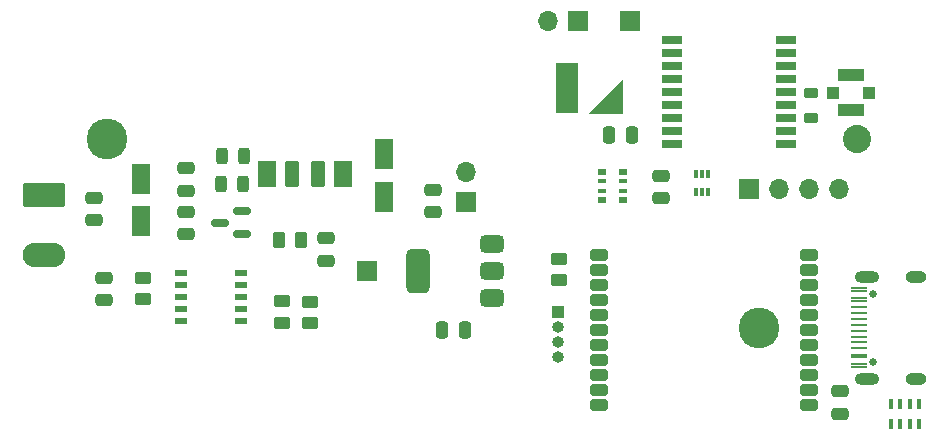
<source format=gbr>
%TF.GenerationSoftware,KiCad,Pcbnew,8.0.0*%
%TF.CreationDate,2024-06-13T14:54:28-05:00*%
%TF.ProjectId,SolarCheap,536f6c61-7243-4686-9561-702e6b696361,rev?*%
%TF.SameCoordinates,Original*%
%TF.FileFunction,Soldermask,Top*%
%TF.FilePolarity,Negative*%
%FSLAX46Y46*%
G04 Gerber Fmt 4.6, Leading zero omitted, Abs format (unit mm)*
G04 Created by KiCad (PCBNEW 8.0.0) date 2024-06-13 14:54:28*
%MOMM*%
%LPD*%
G01*
G04 APERTURE LIST*
G04 Aperture macros list*
%AMRoundRect*
0 Rectangle with rounded corners*
0 $1 Rounding radius*
0 $2 $3 $4 $5 $6 $7 $8 $9 X,Y pos of 4 corners*
0 Add a 4 corners polygon primitive as box body*
4,1,4,$2,$3,$4,$5,$6,$7,$8,$9,$2,$3,0*
0 Add four circle primitives for the rounded corners*
1,1,$1+$1,$2,$3*
1,1,$1+$1,$4,$5*
1,1,$1+$1,$6,$7*
1,1,$1+$1,$8,$9*
0 Add four rect primitives between the rounded corners*
20,1,$1+$1,$2,$3,$4,$5,0*
20,1,$1+$1,$4,$5,$6,$7,0*
20,1,$1+$1,$6,$7,$8,$9,0*
20,1,$1+$1,$8,$9,$2,$3,0*%
G04 Aperture macros list end*
%ADD10C,0.000100*%
%ADD11RoundRect,0.375000X0.625000X0.375000X-0.625000X0.375000X-0.625000X-0.375000X0.625000X-0.375000X0*%
%ADD12RoundRect,0.500000X0.500000X1.400000X-0.500000X1.400000X-0.500000X-1.400000X0.500000X-1.400000X0*%
%ADD13RoundRect,0.250000X0.475000X-0.250000X0.475000X0.250000X-0.475000X0.250000X-0.475000X-0.250000X0*%
%ADD14RoundRect,0.250000X0.450000X-0.262500X0.450000X0.262500X-0.450000X0.262500X-0.450000X-0.262500X0*%
%ADD15R,1.700000X1.700000*%
%ADD16O,1.700000X1.700000*%
%ADD17RoundRect,0.218750X0.381250X-0.218750X0.381250X0.218750X-0.381250X0.218750X-0.381250X-0.218750X0*%
%ADD18RoundRect,0.250000X0.550000X-1.050000X0.550000X1.050000X-0.550000X1.050000X-0.550000X-1.050000X0*%
%ADD19RoundRect,0.250000X-0.375000X-0.850000X0.375000X-0.850000X0.375000X0.850000X-0.375000X0.850000X0*%
%ADD20C,0.650000*%
%ADD21R,1.400000X0.250000*%
%ADD22O,2.100000X1.000000*%
%ADD23O,1.800000X1.000000*%
%ADD24R,1.000000X1.000000*%
%ADD25R,2.200000X1.050000*%
%ADD26RoundRect,0.250000X-0.250000X-0.475000X0.250000X-0.475000X0.250000X0.475000X-0.250000X0.475000X0*%
%ADD27RoundRect,0.250000X-0.475000X0.250000X-0.475000X-0.250000X0.475000X-0.250000X0.475000X0.250000X0*%
%ADD28RoundRect,0.250000X0.500000X-0.250000X0.500000X0.250000X-0.500000X0.250000X-0.500000X-0.250000X0*%
%ADD29RoundRect,0.249999X-1.550001X0.790001X-1.550001X-0.790001X1.550001X-0.790001X1.550001X0.790001X0*%
%ADD30O,3.600000X2.080000*%
%ADD31RoundRect,0.085000X0.085000X-0.265000X0.085000X0.265000X-0.085000X0.265000X-0.085000X-0.265000X0*%
%ADD32R,1.100000X0.510000*%
%ADD33RoundRect,0.243750X0.243750X0.456250X-0.243750X0.456250X-0.243750X-0.456250X0.243750X-0.456250X0*%
%ADD34RoundRect,0.102000X-0.850000X2.050000X-0.850000X-2.050000X0.850000X-2.050000X0.850000X2.050000X0*%
%ADD35O,1.000000X1.000000*%
%ADD36R,0.800000X0.500000*%
%ADD37R,0.800000X0.400000*%
%ADD38RoundRect,0.250000X-0.450000X0.262500X-0.450000X-0.262500X0.450000X-0.262500X0.450000X0.262500X0*%
%ADD39R,1.800000X0.800000*%
%ADD40R,1.500000X2.200000*%
%ADD41RoundRect,0.150000X0.587500X0.150000X-0.587500X0.150000X-0.587500X-0.150000X0.587500X-0.150000X0*%
%ADD42RoundRect,0.250000X-0.262500X-0.450000X0.262500X-0.450000X0.262500X0.450000X-0.262500X0.450000X0*%
%ADD43R,0.400000X0.900000*%
%ADD44C,2.390000*%
%ADD45C,3.450000*%
G04 APERTURE END LIST*
D10*
%TO.C,BT2*%
X166450000Y-118350000D02*
X163650000Y-118350000D01*
X166450000Y-115550000D01*
X166450000Y-118350000D01*
G36*
X166450000Y-118350000D02*
G01*
X163650000Y-118350000D01*
X166450000Y-115550000D01*
X166450000Y-118350000D01*
G37*
%TD*%
D11*
%TO.C,U3*%
X155450000Y-134025000D03*
X155450000Y-131725000D03*
D12*
X149150000Y-131725000D03*
D11*
X155450000Y-129425000D03*
%TD*%
D13*
%TO.C,C11*%
X129500000Y-124900000D03*
X129500000Y-123000000D03*
%TD*%
D14*
%TO.C,R2*%
X140000000Y-136112500D03*
X140000000Y-134287500D03*
%TD*%
D15*
%TO.C,J5*%
X153200000Y-125875000D03*
D16*
X153200000Y-123335000D03*
%TD*%
D17*
%TO.C,L2*%
X182400000Y-118762500D03*
X182400000Y-116637500D03*
%TD*%
D18*
%TO.C,C10*%
X125700000Y-127500000D03*
X125700000Y-123900000D03*
%TD*%
D19*
%TO.C,L3*%
X138525000Y-123500000D03*
X140675000Y-123500000D03*
%TD*%
D20*
%TO.C,J3*%
X187675000Y-139390000D03*
X187675000Y-133610000D03*
D21*
X186475000Y-139825000D03*
X186475000Y-139025000D03*
X186475000Y-137750000D03*
X186475000Y-136750000D03*
X186475000Y-136250000D03*
X186475000Y-138250000D03*
X186475000Y-133975000D03*
X186475000Y-133175000D03*
X186475000Y-133425000D03*
X186475000Y-134225000D03*
X186475000Y-134750000D03*
X186475000Y-135750000D03*
X186475000Y-137250000D03*
X186475000Y-135250000D03*
X186475000Y-138775000D03*
X186475000Y-139575000D03*
D22*
X187175000Y-140820000D03*
D23*
X191325000Y-140820000D03*
D22*
X187175000Y-132180000D03*
D23*
X191325000Y-132180000D03*
%TD*%
D24*
%TO.C,AE1*%
X184300000Y-116600000D03*
D25*
X185800000Y-115125000D03*
D24*
X187300000Y-116600000D03*
D25*
X185800000Y-118075000D03*
%TD*%
D15*
%TO.C,J2*%
X144800000Y-131700000D03*
%TD*%
D26*
%TO.C,C9*%
X165350000Y-120200000D03*
X167250000Y-120200000D03*
%TD*%
D15*
%TO.C,J6*%
X162675000Y-110535000D03*
D16*
X160135000Y-110535000D03*
%TD*%
D27*
%TO.C,C5*%
X184900000Y-141875000D03*
X184900000Y-143775000D03*
%TD*%
D13*
%TO.C,C1*%
X121700000Y-127400000D03*
X121700000Y-125500000D03*
%TD*%
D28*
%TO.C,U2*%
X164520000Y-143015000D03*
X164520000Y-141745000D03*
X164520000Y-140475000D03*
X164520000Y-139205000D03*
X164520000Y-137935000D03*
X164520000Y-136665000D03*
X164520000Y-135395000D03*
X164520000Y-134125000D03*
X164520000Y-132855000D03*
X164520000Y-131585000D03*
X164520000Y-130315000D03*
X182300000Y-143015000D03*
X182300000Y-141745000D03*
X182300000Y-140475000D03*
X182300000Y-139205000D03*
X182300000Y-137935000D03*
X182300000Y-136665000D03*
X182300000Y-135395000D03*
X182300000Y-134125000D03*
X182300000Y-132855000D03*
X182300000Y-131585000D03*
X182300000Y-130315000D03*
%TD*%
D14*
%TO.C,R5*%
X161100000Y-132500000D03*
X161100000Y-130675000D03*
%TD*%
D13*
%TO.C,C8*%
X169700000Y-125550000D03*
X169700000Y-123650000D03*
%TD*%
D29*
%TO.C,J1*%
X117477500Y-125260000D03*
D30*
X117477500Y-130340000D03*
%TD*%
D31*
%TO.C,U4*%
X172700000Y-125000000D03*
X173200000Y-125000000D03*
X173700000Y-125000000D03*
X173700000Y-123500000D03*
X173200000Y-123500000D03*
X172700000Y-123500000D03*
%TD*%
D32*
%TO.C,U1*%
X129100000Y-131900000D03*
X129100000Y-132900000D03*
X129100000Y-133900000D03*
X129100000Y-134900000D03*
X129100000Y-135900000D03*
X134200000Y-135900000D03*
X134200000Y-134900000D03*
X134200000Y-133900000D03*
X134200000Y-132900000D03*
X134200000Y-131900000D03*
%TD*%
D15*
%TO.C,J4*%
X167100000Y-110500000D03*
%TD*%
%TO.C,J7*%
X177200000Y-124720000D03*
D16*
X179740000Y-124720000D03*
X182280000Y-124720000D03*
X184820000Y-124720000D03*
%TD*%
D33*
%TO.C,D1*%
X134337500Y-124300000D03*
X132462500Y-124300000D03*
%TD*%
D34*
%TO.C,BT2*%
X161800000Y-116200000D03*
%TD*%
D26*
%TO.C,C7*%
X151200000Y-136700000D03*
X153100000Y-136700000D03*
%TD*%
D24*
%TO.C,J8*%
X161000000Y-135190000D03*
D35*
X161000000Y-136460000D03*
X161000000Y-137730000D03*
X161000000Y-139000000D03*
%TD*%
D36*
%TO.C,RN1*%
X164700000Y-123300000D03*
D37*
X164700000Y-124100000D03*
X164700000Y-124900000D03*
D36*
X164700000Y-125700000D03*
X166500000Y-125700000D03*
D37*
X166500000Y-124900000D03*
X166500000Y-124100000D03*
D36*
X166500000Y-123300000D03*
%TD*%
D38*
%TO.C,R1*%
X137600000Y-134275000D03*
X137600000Y-136100000D03*
%TD*%
D39*
%TO.C,U5*%
X170650000Y-112187500D03*
X170650000Y-113287500D03*
X170650000Y-114387500D03*
X170650000Y-115487500D03*
X170650000Y-116587500D03*
X170650000Y-117687500D03*
X170650000Y-118787500D03*
X170650000Y-119887500D03*
X170650000Y-120987500D03*
X180350000Y-120987500D03*
X180350000Y-119887500D03*
X180350000Y-118787500D03*
X180350000Y-117687500D03*
X180350000Y-116587500D03*
X180350000Y-115487500D03*
X180350000Y-114387500D03*
X180350000Y-113287500D03*
X180350000Y-112187500D03*
%TD*%
D13*
%TO.C,C6*%
X150400000Y-126750000D03*
X150400000Y-124850000D03*
%TD*%
D40*
%TO.C,L1*%
X136400000Y-123500000D03*
X142800000Y-123500000D03*
%TD*%
D41*
%TO.C,Q2*%
X134275000Y-128550000D03*
X134275000Y-126650000D03*
X132400000Y-127600000D03*
%TD*%
D33*
%TO.C,D2*%
X134417500Y-121957500D03*
X132542500Y-121957500D03*
%TD*%
D27*
%TO.C,C4*%
X141400000Y-128950000D03*
X141400000Y-130850000D03*
%TD*%
D14*
%TO.C,R3*%
X125887500Y-134112500D03*
X125887500Y-132287500D03*
%TD*%
D18*
%TO.C,C12*%
X146300000Y-125400000D03*
X146300000Y-121800000D03*
%TD*%
D42*
%TO.C,R4*%
X137387500Y-129100000D03*
X139212500Y-129100000D03*
%TD*%
D27*
%TO.C,C2*%
X129500000Y-126700000D03*
X129500000Y-128600000D03*
%TD*%
D43*
%TO.C,RN2*%
X191590000Y-142975000D03*
X190790000Y-142975000D03*
X189990000Y-142975000D03*
X189190000Y-142975000D03*
X189190000Y-144675000D03*
X189990000Y-144675000D03*
X190790000Y-144675000D03*
X191590000Y-144675000D03*
%TD*%
D27*
%TO.C,C3*%
X122600000Y-132300000D03*
X122600000Y-134200000D03*
%TD*%
D44*
%TO.C,BT1*%
X186330000Y-120500000D03*
D45*
X178000000Y-136500000D03*
X122800000Y-120500000D03*
%TD*%
M02*

</source>
